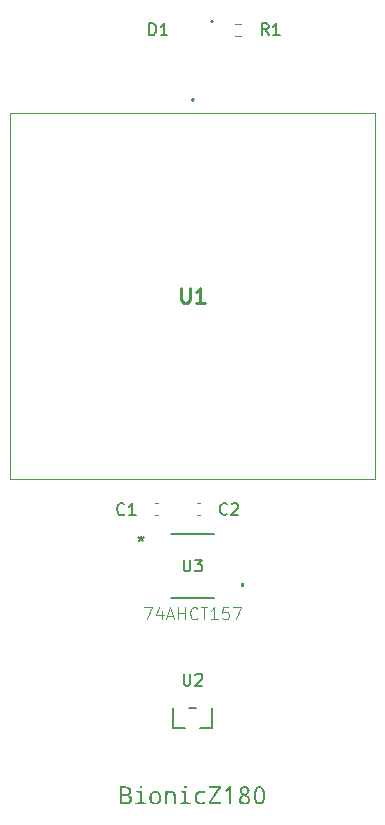
<source format=gbr>
G04 #@! TF.GenerationSoftware,KiCad,Pcbnew,9.0.6-9.0.6~ubuntu25.10.1*
G04 #@! TF.CreationDate,2025-11-10T23:05:56+09:00*
G04 #@! TF.ProjectId,bionic-z180,62696f6e-6963-42d7-9a31-38302e6b6963,1*
G04 #@! TF.SameCoordinates,Original*
G04 #@! TF.FileFunction,Legend,Top*
G04 #@! TF.FilePolarity,Positive*
%FSLAX46Y46*%
G04 Gerber Fmt 4.6, Leading zero omitted, Abs format (unit mm)*
G04 Created by KiCad (PCBNEW 9.0.6-9.0.6~ubuntu25.10.1) date 2025-11-10 23:05:56*
%MOMM*%
%LPD*%
G01*
G04 APERTURE LIST*
%ADD10C,0.100000*%
%ADD11C,0.150000*%
%ADD12C,0.254000*%
%ADD13C,0.152400*%
%ADD14C,0.000000*%
%ADD15C,0.120000*%
%ADD16C,0.200000*%
G04 APERTURE END LIST*
D10*
X109628571Y-120511419D02*
X110295237Y-120511419D01*
X110295237Y-120511419D02*
X109866666Y-121511419D01*
X111104761Y-120844752D02*
X111104761Y-121511419D01*
X110866666Y-120463800D02*
X110628571Y-121178085D01*
X110628571Y-121178085D02*
X111247618Y-121178085D01*
X111580952Y-121225704D02*
X112057142Y-121225704D01*
X111485714Y-121511419D02*
X111819047Y-120511419D01*
X111819047Y-120511419D02*
X112152380Y-121511419D01*
X112485714Y-121511419D02*
X112485714Y-120511419D01*
X112485714Y-120987609D02*
X113057142Y-120987609D01*
X113057142Y-121511419D02*
X113057142Y-120511419D01*
X114104761Y-121416180D02*
X114057142Y-121463800D01*
X114057142Y-121463800D02*
X113914285Y-121511419D01*
X113914285Y-121511419D02*
X113819047Y-121511419D01*
X113819047Y-121511419D02*
X113676190Y-121463800D01*
X113676190Y-121463800D02*
X113580952Y-121368561D01*
X113580952Y-121368561D02*
X113533333Y-121273323D01*
X113533333Y-121273323D02*
X113485714Y-121082847D01*
X113485714Y-121082847D02*
X113485714Y-120939990D01*
X113485714Y-120939990D02*
X113533333Y-120749514D01*
X113533333Y-120749514D02*
X113580952Y-120654276D01*
X113580952Y-120654276D02*
X113676190Y-120559038D01*
X113676190Y-120559038D02*
X113819047Y-120511419D01*
X113819047Y-120511419D02*
X113914285Y-120511419D01*
X113914285Y-120511419D02*
X114057142Y-120559038D01*
X114057142Y-120559038D02*
X114104761Y-120606657D01*
X114390476Y-120511419D02*
X114961904Y-120511419D01*
X114676190Y-121511419D02*
X114676190Y-120511419D01*
X115819047Y-121511419D02*
X115247619Y-121511419D01*
X115533333Y-121511419D02*
X115533333Y-120511419D01*
X115533333Y-120511419D02*
X115438095Y-120654276D01*
X115438095Y-120654276D02*
X115342857Y-120749514D01*
X115342857Y-120749514D02*
X115247619Y-120797133D01*
X116723809Y-120511419D02*
X116247619Y-120511419D01*
X116247619Y-120511419D02*
X116200000Y-120987609D01*
X116200000Y-120987609D02*
X116247619Y-120939990D01*
X116247619Y-120939990D02*
X116342857Y-120892371D01*
X116342857Y-120892371D02*
X116580952Y-120892371D01*
X116580952Y-120892371D02*
X116676190Y-120939990D01*
X116676190Y-120939990D02*
X116723809Y-120987609D01*
X116723809Y-120987609D02*
X116771428Y-121082847D01*
X116771428Y-121082847D02*
X116771428Y-121320942D01*
X116771428Y-121320942D02*
X116723809Y-121416180D01*
X116723809Y-121416180D02*
X116676190Y-121463800D01*
X116676190Y-121463800D02*
X116580952Y-121511419D01*
X116580952Y-121511419D02*
X116342857Y-121511419D01*
X116342857Y-121511419D02*
X116247619Y-121463800D01*
X116247619Y-121463800D02*
X116200000Y-121416180D01*
X117104762Y-120511419D02*
X117771428Y-120511419D01*
X117771428Y-120511419D02*
X117342857Y-121511419D01*
D11*
G36*
X108140785Y-135676957D02*
G01*
X108253197Y-135695966D01*
X108338589Y-135724097D01*
X108402372Y-135759448D01*
X108456037Y-135808979D01*
X108495103Y-135871540D01*
X108519966Y-135949979D01*
X108528951Y-136048509D01*
X108519604Y-136132661D01*
X108492745Y-136204404D01*
X108448443Y-136266496D01*
X108389972Y-136315933D01*
X108318382Y-136351161D01*
X108230731Y-136371917D01*
X108230731Y-136382175D01*
X108342992Y-136410284D01*
X108427445Y-136450758D01*
X108489778Y-136502106D01*
X108533830Y-136564717D01*
X108561175Y-136640817D01*
X108570900Y-136734160D01*
X108562045Y-136834321D01*
X108536903Y-136919279D01*
X108496474Y-136991916D01*
X108440199Y-137054270D01*
X108372101Y-137103334D01*
X108291741Y-137139492D01*
X108196763Y-137162373D01*
X108084185Y-137170500D01*
X107544164Y-137170500D01*
X107544164Y-137007559D01*
X107735773Y-137007559D01*
X108050388Y-137007559D01*
X108156453Y-136998123D01*
X108235024Y-136972830D01*
X108292616Y-136934364D01*
X108333597Y-136882684D01*
X108359560Y-136815043D01*
X108369033Y-136726466D01*
X108359733Y-136646542D01*
X108333952Y-136584595D01*
X108292492Y-136536312D01*
X108232969Y-136499629D01*
X108150229Y-136475119D01*
X108037016Y-136465889D01*
X107735773Y-136465889D01*
X107735773Y-137007559D01*
X107544164Y-137007559D01*
X107544164Y-136302949D01*
X107735773Y-136302949D01*
X108026849Y-136302949D01*
X108132592Y-136295385D01*
X108207765Y-136275652D01*
X108259948Y-136246895D01*
X108298920Y-136204117D01*
X108323918Y-136144221D01*
X108333221Y-136061240D01*
X108323513Y-135983708D01*
X108297071Y-135927028D01*
X108254819Y-135885843D01*
X108199579Y-135858816D01*
X108119447Y-135840044D01*
X108006333Y-135832812D01*
X107735773Y-135832812D01*
X107735773Y-136302949D01*
X107544164Y-136302949D01*
X107544164Y-135669871D01*
X107995067Y-135669871D01*
X108140785Y-135676957D01*
G37*
G36*
X109313337Y-135581944D02*
G01*
X109362030Y-135589664D01*
X109394166Y-135610434D01*
X109414294Y-135644856D01*
X109421964Y-135698631D01*
X109413200Y-135752334D01*
X109389632Y-135787291D01*
X109354506Y-135809110D01*
X109313337Y-135816417D01*
X109264193Y-135808625D01*
X109231760Y-135787660D01*
X109211445Y-135752914D01*
X109203703Y-135698631D01*
X109211412Y-135644950D01*
X109231675Y-135610522D01*
X109264102Y-135589697D01*
X109313337Y-135581944D01*
G37*
G36*
X109218998Y-136191574D02*
G01*
X108943401Y-136170233D01*
X108943401Y-136045028D01*
X109405569Y-136045028D01*
X109405569Y-137023954D01*
X109766255Y-137044470D01*
X109766255Y-137170500D01*
X108866556Y-137170500D01*
X108866556Y-137044470D01*
X109218998Y-137023954D01*
X109218998Y-136191574D01*
G37*
G36*
X110663433Y-136037777D02*
G01*
X110759004Y-136067647D01*
X110844121Y-136116695D01*
X110920577Y-136186353D01*
X110981158Y-136269333D01*
X111025423Y-136365595D01*
X111053201Y-136477641D01*
X111063001Y-136608680D01*
X111053180Y-136744302D01*
X111025538Y-136858635D01*
X110981861Y-136955297D01*
X110922592Y-137037143D01*
X110847350Y-137105204D01*
X110761500Y-137153664D01*
X110662936Y-137183517D01*
X110548626Y-137193947D01*
X110441061Y-137183632D01*
X110346057Y-137153756D01*
X110261042Y-137104580D01*
X110184277Y-137034578D01*
X110123580Y-136951290D01*
X110079165Y-136854379D01*
X110051253Y-136741273D01*
X110041394Y-136608680D01*
X110234010Y-136608680D01*
X110242644Y-136738761D01*
X110265833Y-136837817D01*
X110300552Y-136912285D01*
X110345382Y-136967293D01*
X110400694Y-137006274D01*
X110468600Y-137030571D01*
X110552656Y-137039250D01*
X110636380Y-137030585D01*
X110704042Y-137006323D01*
X110759179Y-136967383D01*
X110803889Y-136912403D01*
X110838531Y-136837937D01*
X110861675Y-136738845D01*
X110870294Y-136608680D01*
X110861682Y-136480148D01*
X110838533Y-136382160D01*
X110803833Y-136308379D01*
X110758949Y-136253774D01*
X110703464Y-136215002D01*
X110635223Y-136190796D01*
X110550641Y-136182140D01*
X110467054Y-136190752D01*
X110399548Y-136214855D01*
X110344586Y-136253508D01*
X110300061Y-136308029D01*
X110265593Y-136381803D01*
X110242578Y-136479897D01*
X110234010Y-136608680D01*
X110041394Y-136608680D01*
X110051112Y-136473982D01*
X110078458Y-136360445D01*
X110121655Y-136264476D01*
X110180247Y-136183239D01*
X110254712Y-136115805D01*
X110340325Y-136067643D01*
X110439288Y-136037874D01*
X110554762Y-136027443D01*
X110663433Y-136037777D01*
G37*
G36*
X112091203Y-137170500D02*
G01*
X112091203Y-136447846D01*
X112083167Y-136360143D01*
X112061555Y-136294869D01*
X112028501Y-136246713D01*
X111983777Y-136212199D01*
X111924848Y-136190198D01*
X111847296Y-136182140D01*
X111763431Y-136190532D01*
X111695992Y-136213944D01*
X111641401Y-136251290D01*
X111597454Y-136303628D01*
X111563623Y-136374009D01*
X111541126Y-136467116D01*
X111532772Y-136588896D01*
X111532772Y-137170500D01*
X111346292Y-137170500D01*
X111346292Y-136045028D01*
X111496960Y-136045028D01*
X111524620Y-136199543D01*
X111534878Y-136199543D01*
X111581655Y-136138377D01*
X111637812Y-136091230D01*
X111704567Y-136056826D01*
X111784039Y-136035147D01*
X111879078Y-136027443D01*
X111991242Y-136036951D01*
X112079363Y-136063033D01*
X112148485Y-136103486D01*
X112202191Y-136158227D01*
X112242210Y-136229294D01*
X112268178Y-136320575D01*
X112277682Y-136437405D01*
X112277682Y-137170500D01*
X112091203Y-137170500D01*
G37*
G36*
X113089820Y-135581944D02*
G01*
X113138513Y-135589664D01*
X113170648Y-135610434D01*
X113190777Y-135644856D01*
X113198447Y-135698631D01*
X113189683Y-135752334D01*
X113166115Y-135787291D01*
X113130989Y-135809110D01*
X113089820Y-135816417D01*
X113040676Y-135808625D01*
X113008243Y-135787660D01*
X112987928Y-135752914D01*
X112980185Y-135698631D01*
X112987895Y-135644950D01*
X113008158Y-135610522D01*
X113040585Y-135589697D01*
X113089820Y-135581944D01*
G37*
G36*
X112995481Y-136191574D02*
G01*
X112719884Y-136170233D01*
X112719884Y-136045028D01*
X113182052Y-136045028D01*
X113182052Y-137023954D01*
X113542738Y-137044470D01*
X113542738Y-137170500D01*
X112643039Y-137170500D01*
X112643039Y-137044470D01*
X112995481Y-137023954D01*
X112995481Y-136191574D01*
G37*
G36*
X114787186Y-136087893D02*
G01*
X114723621Y-136249826D01*
X114619560Y-136215363D01*
X114528675Y-136196314D01*
X114449031Y-136190383D01*
X114344045Y-136199824D01*
X114260894Y-136225870D01*
X114194954Y-136266656D01*
X114143075Y-136322524D01*
X114103961Y-136395962D01*
X114078351Y-136491295D01*
X114068928Y-136614267D01*
X114078142Y-136735439D01*
X114103167Y-136829283D01*
X114141345Y-136901479D01*
X114191907Y-136956313D01*
X114256070Y-136996281D01*
X114336866Y-137021773D01*
X114438773Y-137031006D01*
X114544955Y-137024181D01*
X114654296Y-137003300D01*
X114767677Y-136967442D01*
X114767677Y-137131390D01*
X114674078Y-137164837D01*
X114562773Y-137186282D01*
X114430530Y-137193947D01*
X114299716Y-137183556D01*
X114190408Y-137154347D01*
X114098704Y-137108077D01*
X114021668Y-137044837D01*
X113960635Y-136966413D01*
X113915418Y-136871374D01*
X113886564Y-136756309D01*
X113876221Y-136616831D01*
X113883113Y-136499118D01*
X113902520Y-136398757D01*
X113933000Y-136313178D01*
X113973777Y-136240199D01*
X114024782Y-136178110D01*
X114103313Y-136114306D01*
X114196987Y-136067538D01*
X114308844Y-136037971D01*
X114442895Y-136027443D01*
X114563344Y-136034292D01*
X114677805Y-136054512D01*
X114787186Y-136087893D01*
G37*
G36*
X116110585Y-137170500D02*
G01*
X115063333Y-137170500D01*
X115063333Y-137023954D01*
X115875929Y-135837941D01*
X115084857Y-135837941D01*
X115084857Y-135669871D01*
X116090069Y-135669871D01*
X116090069Y-135816417D01*
X115277473Y-137002430D01*
X116110585Y-137002430D01*
X116110585Y-137170500D01*
G37*
G36*
X116994347Y-137170500D02*
G01*
X116814004Y-137170500D01*
X116814004Y-136233614D01*
X116822248Y-135863129D01*
X116698233Y-135979266D01*
X116547566Y-136103647D01*
X116448190Y-135977251D01*
X116840657Y-135669871D01*
X116994347Y-135669871D01*
X116994347Y-137170500D01*
G37*
G36*
X118199545Y-135653125D02*
G01*
X118280388Y-135672151D01*
X118350273Y-135702472D01*
X118410895Y-135743877D01*
X118461806Y-135796610D01*
X118497866Y-135856979D01*
X118520024Y-135926507D01*
X118527765Y-136007476D01*
X118517582Y-136095417D01*
X118487643Y-136174362D01*
X118437062Y-136246688D01*
X118362668Y-136313735D01*
X118259311Y-136375672D01*
X118366501Y-136439854D01*
X118447040Y-136504882D01*
X118505384Y-136570733D01*
X118545000Y-136637900D01*
X118568194Y-136707396D01*
X118575942Y-136780688D01*
X118567420Y-136871709D01*
X118542957Y-136950576D01*
X118503078Y-137019679D01*
X118446798Y-137080649D01*
X118379502Y-137128832D01*
X118301616Y-137164056D01*
X118211162Y-137186156D01*
X118105622Y-137193947D01*
X117994435Y-137186359D01*
X117901801Y-137165146D01*
X117824577Y-137131932D01*
X117760232Y-137087335D01*
X117706917Y-137029906D01*
X117668602Y-136962499D01*
X117644734Y-136883123D01*
X117636309Y-136788931D01*
X117818758Y-136788931D01*
X117827111Y-136866277D01*
X117850031Y-136925440D01*
X117886285Y-136970745D01*
X117937357Y-137004545D01*
X118007183Y-137026812D01*
X118101592Y-137035128D01*
X118192164Y-137026748D01*
X118262549Y-137003783D01*
X118317197Y-136967992D01*
X118358885Y-136918550D01*
X118384481Y-136857333D01*
X118393584Y-136780780D01*
X118386437Y-136721679D01*
X118365227Y-136667667D01*
X118329012Y-136617198D01*
X118282241Y-136574050D01*
X118211411Y-136525229D01*
X118109743Y-136470011D01*
X118078969Y-136455631D01*
X117977209Y-136514258D01*
X117904938Y-136576332D01*
X117856524Y-136641888D01*
X117828270Y-136712049D01*
X117818758Y-136788931D01*
X117636309Y-136788931D01*
X117644125Y-136705151D01*
X117666929Y-136629651D01*
X117704691Y-136560678D01*
X117758610Y-136497004D01*
X117831028Y-136438032D01*
X117925279Y-136383824D01*
X117833405Y-136316254D01*
X117766527Y-136245460D01*
X117720746Y-136170978D01*
X117693646Y-136091579D01*
X117685644Y-136016269D01*
X117866844Y-136016269D01*
X117872759Y-136075670D01*
X117889755Y-136126952D01*
X117917585Y-136171790D01*
X117955492Y-136209652D01*
X118016399Y-136252108D01*
X118107728Y-136299743D01*
X118201753Y-136249346D01*
X118267823Y-136196196D01*
X118311603Y-136140408D01*
X118336925Y-136081062D01*
X118345407Y-136016269D01*
X118337606Y-135950614D01*
X118315896Y-135899428D01*
X118280835Y-135859282D01*
X118234889Y-135830370D01*
X118176898Y-135811927D01*
X118103607Y-135805243D01*
X118033065Y-135811854D01*
X117976461Y-135830229D01*
X117930866Y-135859282D01*
X117896130Y-135899385D01*
X117874590Y-135950568D01*
X117866844Y-136016269D01*
X117685644Y-136016269D01*
X117684486Y-136005370D01*
X117692348Y-135925094D01*
X117714889Y-135856052D01*
X117751682Y-135795960D01*
X117803829Y-135743327D01*
X117865783Y-135701850D01*
X117935719Y-135671715D01*
X118015067Y-135652972D01*
X118105622Y-135646424D01*
X118199545Y-135653125D01*
G37*
G36*
X119455117Y-135654805D02*
G01*
X119535360Y-135678827D01*
X119605547Y-135717859D01*
X119667348Y-135772688D01*
X119721563Y-135845452D01*
X119770574Y-135945187D01*
X119808695Y-136070514D01*
X119833837Y-136226671D01*
X119843013Y-136419636D01*
X119834334Y-136613762D01*
X119810643Y-136769394D01*
X119774940Y-136892798D01*
X119729427Y-136989505D01*
X119675373Y-137064177D01*
X119612998Y-137120409D01*
X119541435Y-137160501D01*
X119458813Y-137185267D01*
X119362434Y-137193947D01*
X119271127Y-137185610D01*
X119191879Y-137161681D01*
X119122359Y-137122731D01*
X119060947Y-137067906D01*
X119006878Y-136995011D01*
X118958127Y-136895281D01*
X118920174Y-136769791D01*
X118895124Y-136613252D01*
X118885978Y-136419636D01*
X118885998Y-136419178D01*
X119075479Y-136419178D01*
X119081146Y-136591671D01*
X119096199Y-136722834D01*
X119118053Y-136820328D01*
X119144631Y-136890964D01*
X119185791Y-136955978D01*
X119234776Y-136999822D01*
X119292700Y-137026012D01*
X119362434Y-137035128D01*
X119433170Y-137025961D01*
X119491996Y-136999630D01*
X119541794Y-136955597D01*
X119583718Y-136890414D01*
X119610947Y-136819475D01*
X119633285Y-136721905D01*
X119648649Y-136590991D01*
X119654427Y-136419178D01*
X119648661Y-136248511D01*
X119633315Y-136118229D01*
X119610980Y-136020910D01*
X119583718Y-135949957D01*
X119541794Y-135884774D01*
X119491996Y-135840741D01*
X119433170Y-135814410D01*
X119362434Y-135805243D01*
X119292669Y-135814339D01*
X119234736Y-135840463D01*
X119185764Y-135884173D01*
X119144631Y-135948949D01*
X119118053Y-136019327D01*
X119096200Y-136116484D01*
X119081146Y-136247217D01*
X119075479Y-136419178D01*
X118885998Y-136419178D01*
X118894608Y-136225507D01*
X118918163Y-136069943D01*
X118953646Y-135946664D01*
X118998853Y-135850124D01*
X119052503Y-135775646D01*
X119114360Y-135719612D01*
X119185265Y-135679696D01*
X119267067Y-135655057D01*
X119362434Y-135646424D01*
X119455117Y-135654805D01*
G37*
X112938095Y-116455820D02*
X112938095Y-117265343D01*
X112938095Y-117265343D02*
X112985714Y-117360581D01*
X112985714Y-117360581D02*
X113033333Y-117408201D01*
X113033333Y-117408201D02*
X113128571Y-117455820D01*
X113128571Y-117455820D02*
X113319047Y-117455820D01*
X113319047Y-117455820D02*
X113414285Y-117408201D01*
X113414285Y-117408201D02*
X113461904Y-117360581D01*
X113461904Y-117360581D02*
X113509523Y-117265343D01*
X113509523Y-117265343D02*
X113509523Y-116455820D01*
X113890476Y-116455820D02*
X114509523Y-116455820D01*
X114509523Y-116455820D02*
X114176190Y-116836772D01*
X114176190Y-116836772D02*
X114319047Y-116836772D01*
X114319047Y-116836772D02*
X114414285Y-116884391D01*
X114414285Y-116884391D02*
X114461904Y-116932010D01*
X114461904Y-116932010D02*
X114509523Y-117027248D01*
X114509523Y-117027248D02*
X114509523Y-117265343D01*
X114509523Y-117265343D02*
X114461904Y-117360581D01*
X114461904Y-117360581D02*
X114414285Y-117408201D01*
X114414285Y-117408201D02*
X114319047Y-117455820D01*
X114319047Y-117455820D02*
X114033333Y-117455820D01*
X114033333Y-117455820D02*
X113938095Y-117408201D01*
X113938095Y-117408201D02*
X113890476Y-117360581D01*
X109331200Y-114438220D02*
X109331200Y-114676315D01*
X109093105Y-114581077D02*
X109331200Y-114676315D01*
X109331200Y-114676315D02*
X109569295Y-114581077D01*
X109188343Y-114866791D02*
X109331200Y-114676315D01*
X109331200Y-114676315D02*
X109474057Y-114866791D01*
X110040905Y-72055019D02*
X110040905Y-71055019D01*
X110040905Y-71055019D02*
X110279000Y-71055019D01*
X110279000Y-71055019D02*
X110421857Y-71102638D01*
X110421857Y-71102638D02*
X110517095Y-71197876D01*
X110517095Y-71197876D02*
X110564714Y-71293114D01*
X110564714Y-71293114D02*
X110612333Y-71483590D01*
X110612333Y-71483590D02*
X110612333Y-71626447D01*
X110612333Y-71626447D02*
X110564714Y-71816923D01*
X110564714Y-71816923D02*
X110517095Y-71912161D01*
X110517095Y-71912161D02*
X110421857Y-72007400D01*
X110421857Y-72007400D02*
X110279000Y-72055019D01*
X110279000Y-72055019D02*
X110040905Y-72055019D01*
X111564714Y-72055019D02*
X110993286Y-72055019D01*
X111279000Y-72055019D02*
X111279000Y-71055019D01*
X111279000Y-71055019D02*
X111183762Y-71197876D01*
X111183762Y-71197876D02*
X111088524Y-71293114D01*
X111088524Y-71293114D02*
X110993286Y-71340733D01*
X120137333Y-72055019D02*
X119804000Y-71578828D01*
X119565905Y-72055019D02*
X119565905Y-71055019D01*
X119565905Y-71055019D02*
X119946857Y-71055019D01*
X119946857Y-71055019D02*
X120042095Y-71102638D01*
X120042095Y-71102638D02*
X120089714Y-71150257D01*
X120089714Y-71150257D02*
X120137333Y-71245495D01*
X120137333Y-71245495D02*
X120137333Y-71388352D01*
X120137333Y-71388352D02*
X120089714Y-71483590D01*
X120089714Y-71483590D02*
X120042095Y-71531209D01*
X120042095Y-71531209D02*
X119946857Y-71578828D01*
X119946857Y-71578828D02*
X119565905Y-71578828D01*
X121089714Y-72055019D02*
X120518286Y-72055019D01*
X120804000Y-72055019D02*
X120804000Y-71055019D01*
X120804000Y-71055019D02*
X120708762Y-71197876D01*
X120708762Y-71197876D02*
X120613524Y-71293114D01*
X120613524Y-71293114D02*
X120518286Y-71340733D01*
D12*
X112732380Y-93434318D02*
X112732380Y-94462413D01*
X112732380Y-94462413D02*
X112792857Y-94583365D01*
X112792857Y-94583365D02*
X112853333Y-94643842D01*
X112853333Y-94643842D02*
X112974285Y-94704318D01*
X112974285Y-94704318D02*
X113216190Y-94704318D01*
X113216190Y-94704318D02*
X113337142Y-94643842D01*
X113337142Y-94643842D02*
X113397619Y-94583365D01*
X113397619Y-94583365D02*
X113458095Y-94462413D01*
X113458095Y-94462413D02*
X113458095Y-93434318D01*
X114728095Y-94704318D02*
X114002380Y-94704318D01*
X114365237Y-94704318D02*
X114365237Y-93434318D01*
X114365237Y-93434318D02*
X114244285Y-93615746D01*
X114244285Y-93615746D02*
X114123333Y-93736699D01*
X114123333Y-93736699D02*
X114002380Y-93797175D01*
D11*
X112938095Y-126122219D02*
X112938095Y-126931742D01*
X112938095Y-126931742D02*
X112985714Y-127026980D01*
X112985714Y-127026980D02*
X113033333Y-127074600D01*
X113033333Y-127074600D02*
X113128571Y-127122219D01*
X113128571Y-127122219D02*
X113319047Y-127122219D01*
X113319047Y-127122219D02*
X113414285Y-127074600D01*
X113414285Y-127074600D02*
X113461904Y-127026980D01*
X113461904Y-127026980D02*
X113509523Y-126931742D01*
X113509523Y-126931742D02*
X113509523Y-126122219D01*
X113938095Y-126217457D02*
X113985714Y-126169838D01*
X113985714Y-126169838D02*
X114080952Y-126122219D01*
X114080952Y-126122219D02*
X114319047Y-126122219D01*
X114319047Y-126122219D02*
X114414285Y-126169838D01*
X114414285Y-126169838D02*
X114461904Y-126217457D01*
X114461904Y-126217457D02*
X114509523Y-126312695D01*
X114509523Y-126312695D02*
X114509523Y-126407933D01*
X114509523Y-126407933D02*
X114461904Y-126550790D01*
X114461904Y-126550790D02*
X113890476Y-127122219D01*
X113890476Y-127122219D02*
X114509523Y-127122219D01*
X107919933Y-112599780D02*
X107872314Y-112647400D01*
X107872314Y-112647400D02*
X107729457Y-112695019D01*
X107729457Y-112695019D02*
X107634219Y-112695019D01*
X107634219Y-112695019D02*
X107491362Y-112647400D01*
X107491362Y-112647400D02*
X107396124Y-112552161D01*
X107396124Y-112552161D02*
X107348505Y-112456923D01*
X107348505Y-112456923D02*
X107300886Y-112266447D01*
X107300886Y-112266447D02*
X107300886Y-112123590D01*
X107300886Y-112123590D02*
X107348505Y-111933114D01*
X107348505Y-111933114D02*
X107396124Y-111837876D01*
X107396124Y-111837876D02*
X107491362Y-111742638D01*
X107491362Y-111742638D02*
X107634219Y-111695019D01*
X107634219Y-111695019D02*
X107729457Y-111695019D01*
X107729457Y-111695019D02*
X107872314Y-111742638D01*
X107872314Y-111742638D02*
X107919933Y-111790257D01*
X108872314Y-112695019D02*
X108300886Y-112695019D01*
X108586600Y-112695019D02*
X108586600Y-111695019D01*
X108586600Y-111695019D02*
X108491362Y-111837876D01*
X108491362Y-111837876D02*
X108396124Y-111933114D01*
X108396124Y-111933114D02*
X108300886Y-111980733D01*
X116632133Y-112574380D02*
X116584514Y-112622000D01*
X116584514Y-112622000D02*
X116441657Y-112669619D01*
X116441657Y-112669619D02*
X116346419Y-112669619D01*
X116346419Y-112669619D02*
X116203562Y-112622000D01*
X116203562Y-112622000D02*
X116108324Y-112526761D01*
X116108324Y-112526761D02*
X116060705Y-112431523D01*
X116060705Y-112431523D02*
X116013086Y-112241047D01*
X116013086Y-112241047D02*
X116013086Y-112098190D01*
X116013086Y-112098190D02*
X116060705Y-111907714D01*
X116060705Y-111907714D02*
X116108324Y-111812476D01*
X116108324Y-111812476D02*
X116203562Y-111717238D01*
X116203562Y-111717238D02*
X116346419Y-111669619D01*
X116346419Y-111669619D02*
X116441657Y-111669619D01*
X116441657Y-111669619D02*
X116584514Y-111717238D01*
X116584514Y-111717238D02*
X116632133Y-111764857D01*
X117013086Y-111764857D02*
X117060705Y-111717238D01*
X117060705Y-111717238D02*
X117155943Y-111669619D01*
X117155943Y-111669619D02*
X117394038Y-111669619D01*
X117394038Y-111669619D02*
X117489276Y-111717238D01*
X117489276Y-111717238D02*
X117536895Y-111764857D01*
X117536895Y-111764857D02*
X117584514Y-111860095D01*
X117584514Y-111860095D02*
X117584514Y-111955333D01*
X117584514Y-111955333D02*
X117536895Y-112098190D01*
X117536895Y-112098190D02*
X116965467Y-112669619D01*
X116965467Y-112669619D02*
X117584514Y-112669619D01*
D13*
X111860576Y-119680701D02*
X115539424Y-119680701D01*
X115539424Y-114321301D02*
X111860576Y-114321301D01*
D14*
G36*
X118068800Y-118816502D02*
G01*
X117814800Y-118816502D01*
X117814800Y-118435502D01*
X118068800Y-118435502D01*
X118068800Y-118816502D01*
G37*
D13*
X115427200Y-70914400D02*
G75*
G02*
X115274800Y-70914400I-76200J0D01*
G01*
X115274800Y-70914400D02*
G75*
G02*
X115427200Y-70914400I76200J0D01*
G01*
D15*
X117255276Y-71077700D02*
X117764724Y-71077700D01*
X117255276Y-72122700D02*
X117764724Y-72122700D01*
D10*
X98225000Y-78655000D02*
X129175000Y-78655000D01*
X98225000Y-109605000D02*
X98225000Y-78655000D01*
D16*
X113700000Y-77420000D02*
X113700000Y-77420000D01*
X113700000Y-77620000D02*
X113700000Y-77620000D01*
D10*
X129175000Y-78655000D02*
X129175000Y-109605000D01*
X129175000Y-109605000D02*
X98225000Y-109605000D01*
D16*
X113700000Y-77420000D02*
G75*
G02*
X113700000Y-77620000I0J-100000D01*
G01*
X113700000Y-77620000D02*
G75*
G02*
X113700000Y-77420000I0J100000D01*
G01*
D13*
X112048000Y-129067000D02*
X112048000Y-130721000D01*
X112048000Y-130721000D02*
X113037060Y-130721000D01*
X113987061Y-129067000D02*
X113412939Y-129067000D01*
X114362940Y-130721000D02*
X115352000Y-130721000D01*
X115352000Y-130721000D02*
X115352000Y-129067000D01*
D15*
X110773967Y-111704800D02*
X110481433Y-111704800D01*
X110773967Y-112724800D02*
X110481433Y-112724800D01*
X114062833Y-111704800D02*
X114355367Y-111704800D01*
X114062833Y-112724800D02*
X114355367Y-112724800D01*
M02*

</source>
